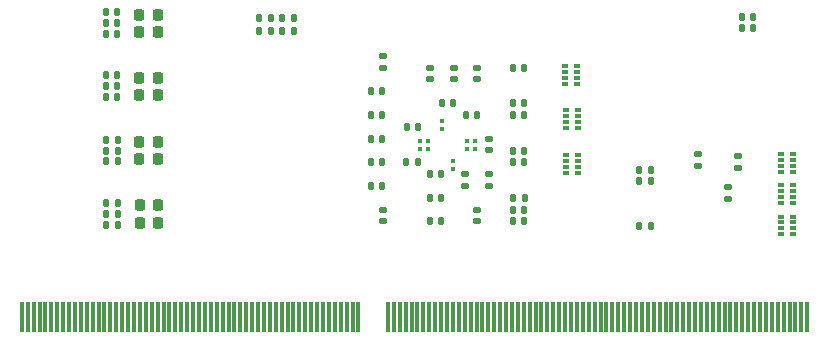
<source format=gbr>
%TF.GenerationSoftware,KiCad,Pcbnew,(6.0.4)*%
%TF.CreationDate,2022-07-06T17:02:12+08:00*%
%TF.ProjectId,XC6SLX25(FTG256)_Min,58433653-4c58-4323-9528-465447323536,rev?*%
%TF.SameCoordinates,Original*%
%TF.FileFunction,Paste,Bot*%
%TF.FilePolarity,Positive*%
%FSLAX46Y46*%
G04 Gerber Fmt 4.6, Leading zero omitted, Abs format (unit mm)*
G04 Created by KiCad (PCBNEW (6.0.4)) date 2022-07-06 17:02:12*
%MOMM*%
%LPD*%
G01*
G04 APERTURE LIST*
G04 Aperture macros list*
%AMRoundRect*
0 Rectangle with rounded corners*
0 $1 Rounding radius*
0 $2 $3 $4 $5 $6 $7 $8 $9 X,Y pos of 4 corners*
0 Add a 4 corners polygon primitive as box body*
4,1,4,$2,$3,$4,$5,$6,$7,$8,$9,$2,$3,0*
0 Add four circle primitives for the rounded corners*
1,1,$1+$1,$2,$3*
1,1,$1+$1,$4,$5*
1,1,$1+$1,$6,$7*
1,1,$1+$1,$8,$9*
0 Add four rect primitives between the rounded corners*
20,1,$1+$1,$2,$3,$4,$5,0*
20,1,$1+$1,$4,$5,$6,$7,0*
20,1,$1+$1,$6,$7,$8,$9,0*
20,1,$1+$1,$8,$9,$2,$3,0*%
G04 Aperture macros list end*
%ADD10RoundRect,0.140000X0.140000X0.170000X-0.140000X0.170000X-0.140000X-0.170000X0.140000X-0.170000X0*%
%ADD11RoundRect,0.079500X-0.079500X-0.100500X0.079500X-0.100500X0.079500X0.100500X-0.079500X0.100500X0*%
%ADD12RoundRect,0.225000X0.225000X0.250000X-0.225000X0.250000X-0.225000X-0.250000X0.225000X-0.250000X0*%
%ADD13R,0.500000X0.320000*%
%ADD14RoundRect,0.140000X-0.140000X-0.170000X0.140000X-0.170000X0.140000X0.170000X-0.140000X0.170000X0*%
%ADD15RoundRect,0.140000X0.170000X-0.140000X0.170000X0.140000X-0.170000X0.140000X-0.170000X-0.140000X0*%
%ADD16RoundRect,0.135000X0.135000X0.185000X-0.135000X0.185000X-0.135000X-0.185000X0.135000X-0.185000X0*%
%ADD17RoundRect,0.079500X0.100500X-0.079500X0.100500X0.079500X-0.100500X0.079500X-0.100500X-0.079500X0*%
%ADD18R,0.350000X2.500000*%
%ADD19RoundRect,0.140000X-0.170000X0.140000X-0.170000X-0.140000X0.170000X-0.140000X0.170000X0.140000X0*%
%ADD20RoundRect,0.135000X-0.135000X-0.185000X0.135000X-0.185000X0.135000X0.185000X-0.135000X0.185000X0*%
%ADD21RoundRect,0.135000X-0.185000X0.135000X-0.185000X-0.135000X0.185000X-0.135000X0.185000X0.135000X0*%
%ADD22RoundRect,0.079500X0.079500X0.100500X-0.079500X0.100500X-0.079500X-0.100500X0.079500X-0.100500X0*%
%ADD23RoundRect,0.079500X-0.100500X0.079500X-0.100500X-0.079500X0.100500X-0.079500X0.100500X0.079500X0*%
%ADD24RoundRect,0.135000X0.185000X-0.135000X0.185000X0.135000X-0.185000X0.135000X-0.185000X-0.135000X0*%
G04 APERTURE END LIST*
D10*
%TO.C,C14*%
X138156904Y-93805000D03*
X137196904Y-93805000D03*
%TD*%
D11*
%TO.C,C16*%
X145999738Y-92677990D03*
X145309738Y-92677990D03*
%TD*%
D12*
%TO.C,C64*%
X119125001Y-88099999D03*
X117575001Y-88099999D03*
%TD*%
D13*
%TO.C,RN11*%
X153655001Y-87185000D03*
X153655001Y-86685000D03*
X153655001Y-86185000D03*
X153655001Y-85685000D03*
X154655001Y-85685000D03*
X154655001Y-86185000D03*
X154655001Y-86685000D03*
X154655001Y-87185000D03*
%TD*%
D14*
%TO.C,C20*%
X137196903Y-91815000D03*
X138156903Y-91815000D03*
%TD*%
D15*
%TO.C,C13*%
X146170000Y-86778097D03*
X146170000Y-85818097D03*
%TD*%
D14*
%TO.C,C79*%
X114779999Y-92810001D03*
X115739999Y-92810001D03*
%TD*%
%TO.C,C10*%
X143195000Y-88801464D03*
X144155000Y-88801464D03*
%TD*%
D10*
%TO.C,C30*%
X141153096Y-93800000D03*
X140193096Y-93800000D03*
%TD*%
D16*
%TO.C,R16*%
X160891692Y-94455000D03*
X159871692Y-94455000D03*
%TD*%
D12*
%TO.C,C78*%
X119135001Y-92090000D03*
X117585001Y-92090000D03*
%TD*%
D17*
%TO.C,C18*%
X143182662Y-91020649D03*
X143182662Y-90330649D03*
%TD*%
D14*
%TO.C,C58*%
X114750001Y-88300001D03*
X115710001Y-88300001D03*
%TD*%
%TO.C,C65*%
X114769659Y-99106358D03*
X115729659Y-99106358D03*
%TD*%
D12*
%TO.C,C70*%
X119154999Y-97450000D03*
X117604999Y-97450000D03*
%TD*%
D11*
%TO.C,C23*%
X145309738Y-91968597D03*
X145999738Y-91968597D03*
%TD*%
D10*
%TO.C,C43*%
X169525000Y-81530000D03*
X168565000Y-81530000D03*
%TD*%
D18*
%TO.C,J1*%
X174125000Y-106910000D03*
X173625000Y-106910000D03*
X173125000Y-106910000D03*
X172625000Y-106910000D03*
X172125000Y-106910000D03*
X171625000Y-106910000D03*
X171125000Y-106910000D03*
X170625000Y-106910000D03*
X170125000Y-106910000D03*
X169625000Y-106910000D03*
X169125000Y-106910000D03*
X168625000Y-106910000D03*
X168125000Y-106910000D03*
X167625000Y-106910000D03*
X167125000Y-106910000D03*
X166625000Y-106910000D03*
X166125000Y-106910000D03*
X165625000Y-106910000D03*
X165125000Y-106910000D03*
X164625000Y-106910000D03*
X164125000Y-106910000D03*
X163625000Y-106910000D03*
X163125000Y-106910000D03*
X162625000Y-106910000D03*
X162125000Y-106910000D03*
X161625000Y-106910000D03*
X161125000Y-106910000D03*
X160625000Y-106910000D03*
X160125000Y-106910000D03*
X159625000Y-106910000D03*
X159125000Y-106910000D03*
X158625000Y-106910000D03*
X158125000Y-106910000D03*
X157625000Y-106910000D03*
X157125000Y-106910000D03*
X156625000Y-106910000D03*
X156125000Y-106910000D03*
X155625000Y-106910000D03*
X155125000Y-106910000D03*
X154625000Y-106910000D03*
X154125000Y-106910000D03*
X153625000Y-106910000D03*
X153125000Y-106910000D03*
X152625000Y-106910000D03*
X152125000Y-106910000D03*
X151625000Y-106910000D03*
X151125000Y-106910000D03*
X150625000Y-106910000D03*
X150125000Y-106910000D03*
X149625000Y-106910000D03*
X149125000Y-106910000D03*
X148625000Y-106910000D03*
X148125000Y-106910000D03*
X147625000Y-106910000D03*
X147125000Y-106910000D03*
X146625000Y-106910000D03*
X146125000Y-106910000D03*
X145625000Y-106910000D03*
X145125000Y-106910000D03*
X144625000Y-106910000D03*
X144125000Y-106910000D03*
X143625000Y-106910000D03*
X143125000Y-106910000D03*
X142625000Y-106910000D03*
X142125000Y-106910000D03*
X141625000Y-106910000D03*
X141125000Y-106910000D03*
X140625000Y-106910000D03*
X140125000Y-106910000D03*
X139625000Y-106910000D03*
X139125000Y-106910000D03*
X138625000Y-106910000D03*
X136125000Y-106910000D03*
X135625000Y-106910000D03*
X135125000Y-106910000D03*
X134625000Y-106910000D03*
X134125000Y-106910000D03*
X133625000Y-106910000D03*
X133125000Y-106910000D03*
X132625000Y-106910000D03*
X132125000Y-106910000D03*
X131625000Y-106910000D03*
X131125000Y-106910000D03*
X130625000Y-106910000D03*
X130125000Y-106910000D03*
X129625000Y-106910000D03*
X129125000Y-106910000D03*
X128625000Y-106910000D03*
X128125000Y-106910000D03*
X127625000Y-106910000D03*
X127125000Y-106910000D03*
X126625000Y-106910000D03*
X126125000Y-106910000D03*
X125625000Y-106910000D03*
X125125000Y-106910000D03*
X124625000Y-106910000D03*
X124125000Y-106910000D03*
X123625000Y-106910000D03*
X123125000Y-106910000D03*
X122625000Y-106910000D03*
X122125000Y-106910000D03*
X121625000Y-106910000D03*
X121125000Y-106910000D03*
X120625000Y-106910000D03*
X120125000Y-106910000D03*
X119625000Y-106910000D03*
X119125000Y-106910000D03*
X118625000Y-106910000D03*
X118125000Y-106910000D03*
X117625000Y-106910000D03*
X117125000Y-106910000D03*
X116625000Y-106910000D03*
X116125000Y-106910000D03*
X115625000Y-106910000D03*
X115125000Y-106910000D03*
X114625000Y-106910000D03*
X114125000Y-106910000D03*
X113625000Y-106910000D03*
X113125000Y-106910000D03*
X112625000Y-106910000D03*
X112125000Y-106910000D03*
X111625000Y-106910000D03*
X111125000Y-106910000D03*
X110625000Y-106910000D03*
X110125000Y-106910000D03*
X109625000Y-106910000D03*
X109125000Y-106910000D03*
X108625000Y-106910000D03*
X108125000Y-106910000D03*
X107625000Y-106910000D03*
%TD*%
D14*
%TO.C,C80*%
X114780000Y-91889999D03*
X115740000Y-91889999D03*
%TD*%
%TO.C,C67*%
X114769658Y-97262957D03*
X115729658Y-97262957D03*
%TD*%
D10*
%TO.C,C4*%
X141156905Y-90805000D03*
X140196905Y-90805000D03*
%TD*%
D16*
%TO.C,R13*%
X160891692Y-95395000D03*
X159871692Y-95395000D03*
%TD*%
D19*
%TO.C,C6*%
X144178875Y-85827120D03*
X144178875Y-86787120D03*
%TD*%
D10*
%TO.C,C15*%
X138156904Y-89805000D03*
X137196904Y-89805000D03*
%TD*%
D14*
%TO.C,C33*%
X149196904Y-92810000D03*
X150156904Y-92810000D03*
%TD*%
D10*
%TO.C,C36*%
X150155000Y-97805000D03*
X149195000Y-97805000D03*
%TD*%
D14*
%TO.C,C3*%
X149195000Y-98805000D03*
X150155000Y-98805000D03*
%TD*%
D16*
%TO.C,R12*%
X160891692Y-99205000D03*
X159871692Y-99205000D03*
%TD*%
D14*
%TO.C,C1*%
X149188096Y-85810000D03*
X150148096Y-85810000D03*
%TD*%
D16*
%TO.C,R44*%
X130675000Y-82660000D03*
X129655000Y-82660000D03*
%TD*%
D15*
%TO.C,C2*%
X147175000Y-92786904D03*
X147175000Y-91826904D03*
%TD*%
D14*
%TO.C,C72*%
X114739999Y-82899998D03*
X115699999Y-82899998D03*
%TD*%
D20*
%TO.C,R40*%
X127695000Y-81620000D03*
X128715000Y-81620000D03*
%TD*%
D14*
%TO.C,C59*%
X114750000Y-86450000D03*
X115710000Y-86450000D03*
%TD*%
%TO.C,C73*%
X114740000Y-81979996D03*
X115700000Y-81979996D03*
%TD*%
D12*
%TO.C,C71*%
X119155001Y-98909999D03*
X117605001Y-98909999D03*
%TD*%
D14*
%TO.C,C74*%
X114739999Y-81069999D03*
X115699999Y-81069999D03*
%TD*%
D12*
%TO.C,C84*%
X119125001Y-81319996D03*
X117575001Y-81319996D03*
%TD*%
D13*
%TO.C,RN6*%
X171941015Y-99896219D03*
X171941015Y-99396219D03*
X171941015Y-98896219D03*
X171941015Y-98396219D03*
X172941015Y-98396219D03*
X172941015Y-98896219D03*
X172941015Y-99396219D03*
X172941015Y-99896219D03*
%TD*%
D21*
%TO.C,R14*%
X164865000Y-93095001D03*
X164865000Y-94115001D03*
%TD*%
D14*
%TO.C,C8*%
X142193096Y-94805000D03*
X143153096Y-94805000D03*
%TD*%
%TO.C,C32*%
X149193096Y-89805001D03*
X150153096Y-89805001D03*
%TD*%
D20*
%TO.C,R1*%
X149174999Y-96805000D03*
X150194999Y-96805000D03*
%TD*%
D15*
%TO.C,C22*%
X138175000Y-85785000D03*
X138175000Y-84825000D03*
%TD*%
D20*
%TO.C,R43*%
X127695000Y-82660000D03*
X128715000Y-82660000D03*
%TD*%
D13*
%TO.C,RN13*%
X153695001Y-90910000D03*
X153695001Y-90410000D03*
X153695001Y-89910000D03*
X153695001Y-89410000D03*
X154695001Y-89410000D03*
X154695001Y-89910000D03*
X154695001Y-90410000D03*
X154695001Y-90910000D03*
%TD*%
D12*
%TO.C,C63*%
X119125002Y-86640000D03*
X117575002Y-86640000D03*
%TD*%
D19*
%TO.C,C9*%
X146177998Y-97825000D03*
X146177998Y-98785000D03*
%TD*%
D14*
%TO.C,C60*%
X114750001Y-87380000D03*
X115710001Y-87380000D03*
%TD*%
%TO.C,C66*%
X114769658Y-98186359D03*
X115729658Y-98186359D03*
%TD*%
D15*
%TO.C,C5*%
X138175000Y-98785000D03*
X138175000Y-97825000D03*
%TD*%
D13*
%TO.C,RN12*%
X153695001Y-94685000D03*
X153695001Y-94185000D03*
X153695001Y-93685000D03*
X153695001Y-93185000D03*
X154695001Y-93185000D03*
X154695001Y-93685000D03*
X154695001Y-94185000D03*
X154695001Y-94685000D03*
%TD*%
D10*
%TO.C,C12*%
X146156904Y-89804999D03*
X145196904Y-89804999D03*
%TD*%
D14*
%TO.C,C17*%
X137203096Y-87805000D03*
X138163096Y-87805000D03*
%TD*%
D15*
%TO.C,C29*%
X147175000Y-95786904D03*
X147175000Y-94826904D03*
%TD*%
%TO.C,C31*%
X142175000Y-86780000D03*
X142175000Y-85820000D03*
%TD*%
D14*
%TO.C,C37*%
X149203096Y-93805000D03*
X150163096Y-93805000D03*
%TD*%
D10*
%TO.C,C41*%
X169525000Y-82450000D03*
X168565000Y-82450000D03*
%TD*%
D16*
%TO.C,R42*%
X130675000Y-81620000D03*
X129655000Y-81620000D03*
%TD*%
D14*
%TO.C,C24*%
X137193095Y-95805000D03*
X138153095Y-95805000D03*
%TD*%
D22*
%TO.C,C19*%
X141348272Y-92638316D03*
X142038272Y-92638316D03*
%TD*%
D12*
%TO.C,C77*%
X119135001Y-93550000D03*
X117585001Y-93550000D03*
%TD*%
D23*
%TO.C,C21*%
X144146684Y-93699351D03*
X144146684Y-94389351D03*
%TD*%
D13*
%TO.C,RN4*%
X171935401Y-94603133D03*
X171935401Y-94103133D03*
X171935401Y-93603133D03*
X171935401Y-93103133D03*
X172935401Y-93103133D03*
X172935401Y-93603133D03*
X172935401Y-94103133D03*
X172935401Y-94603133D03*
%TD*%
D14*
%TO.C,C11*%
X142174999Y-96802001D03*
X143134999Y-96802001D03*
%TD*%
D15*
%TO.C,C28*%
X145175000Y-95785000D03*
X145175000Y-94825000D03*
%TD*%
D22*
%TO.C,C25*%
X141348271Y-91967663D03*
X142038271Y-91967663D03*
%TD*%
D14*
%TO.C,C34*%
X149201904Y-88810000D03*
X150161904Y-88810000D03*
%TD*%
D24*
%TO.C,R15*%
X168266807Y-94282984D03*
X168266807Y-93262984D03*
%TD*%
D14*
%TO.C,C81*%
X114779999Y-93730000D03*
X115739999Y-93730000D03*
%TD*%
D12*
%TO.C,C85*%
X119125001Y-82779996D03*
X117575001Y-82779996D03*
%TD*%
D13*
%TO.C,RN5*%
X171942005Y-97249327D03*
X171942005Y-96749327D03*
X171942005Y-96249327D03*
X171942005Y-95749327D03*
X172942005Y-95749327D03*
X172942005Y-96249327D03*
X172942005Y-96749327D03*
X172942005Y-97249327D03*
%TD*%
D21*
%TO.C,R17*%
X167417123Y-95853834D03*
X167417123Y-96873834D03*
%TD*%
D10*
%TO.C,C7*%
X143155000Y-98805000D03*
X142195000Y-98805000D03*
%TD*%
M02*

</source>
